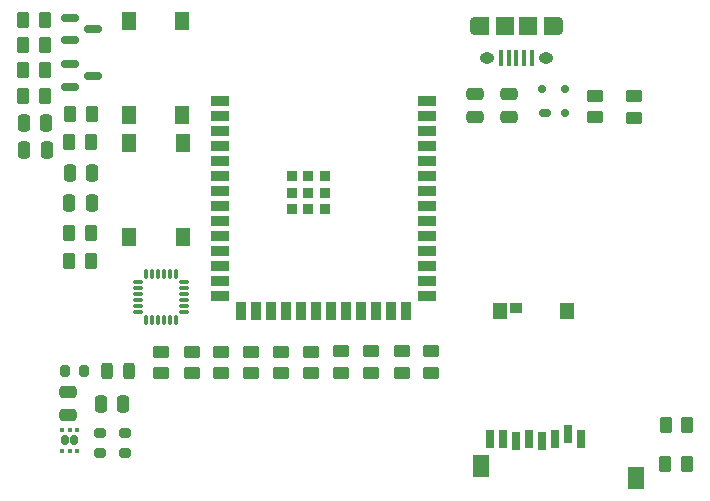
<source format=gtp>
G04 #@! TF.GenerationSoftware,KiCad,Pcbnew,8.0.0*
G04 #@! TF.CreationDate,2024-04-09T13:51:30-05:00*
G04 #@! TF.ProjectId,esp32_example,65737033-325f-4657-9861-6d706c652e6b,rev?*
G04 #@! TF.SameCoordinates,Original*
G04 #@! TF.FileFunction,Paste,Top*
G04 #@! TF.FilePolarity,Positive*
%FSLAX46Y46*%
G04 Gerber Fmt 4.6, Leading zero omitted, Abs format (unit mm)*
G04 Created by KiCad (PCBNEW 8.0.0) date 2024-04-09 13:51:30*
%MOMM*%
%LPD*%
G01*
G04 APERTURE LIST*
G04 Aperture macros list*
%AMRoundRect*
0 Rectangle with rounded corners*
0 $1 Rounding radius*
0 $2 $3 $4 $5 $6 $7 $8 $9 X,Y pos of 4 corners*
0 Add a 4 corners polygon primitive as box body*
4,1,4,$2,$3,$4,$5,$6,$7,$8,$9,$2,$3,0*
0 Add four circle primitives for the rounded corners*
1,1,$1+$1,$2,$3*
1,1,$1+$1,$4,$5*
1,1,$1+$1,$6,$7*
1,1,$1+$1,$8,$9*
0 Add four rect primitives between the rounded corners*
20,1,$1+$1,$2,$3,$4,$5,0*
20,1,$1+$1,$4,$5,$6,$7,0*
20,1,$1+$1,$6,$7,$8,$9,0*
20,1,$1+$1,$8,$9,$2,$3,0*%
G04 Aperture macros list end*
%ADD10RoundRect,0.250000X0.262500X0.450000X-0.262500X0.450000X-0.262500X-0.450000X0.262500X-0.450000X0*%
%ADD11O,0.890000X1.550000*%
%ADD12O,1.250000X0.950000*%
%ADD13R,0.400000X1.350000*%
%ADD14R,1.200000X1.550000*%
%ADD15R,1.500000X1.550000*%
%ADD16R,1.400000X1.900000*%
%ADD17R,0.800000X1.500000*%
%ADD18R,1.300000X1.400000*%
%ADD19R,1.000000X0.950000*%
%ADD20R,1.300000X1.550000*%
%ADD21RoundRect,0.150000X-0.587500X-0.150000X0.587500X-0.150000X0.587500X0.150000X-0.587500X0.150000X0*%
%ADD22RoundRect,0.250000X0.450000X-0.262500X0.450000X0.262500X-0.450000X0.262500X-0.450000X-0.262500X0*%
%ADD23R,1.498600X0.889000*%
%ADD24R,0.889000X1.498600*%
%ADD25R,0.889000X0.889000*%
%ADD26RoundRect,0.150000X0.150000X-0.200000X0.150000X0.200000X-0.150000X0.200000X-0.150000X-0.200000X0*%
%ADD27RoundRect,0.175000X0.325000X-0.175000X0.325000X0.175000X-0.325000X0.175000X-0.325000X-0.175000X0*%
%ADD28RoundRect,0.250000X-0.262500X-0.450000X0.262500X-0.450000X0.262500X0.450000X-0.262500X0.450000X0*%
%ADD29RoundRect,0.250000X0.475000X-0.250000X0.475000X0.250000X-0.475000X0.250000X-0.475000X-0.250000X0*%
%ADD30RoundRect,0.200000X-0.200000X-0.275000X0.200000X-0.275000X0.200000X0.275000X-0.200000X0.275000X0*%
%ADD31RoundRect,0.250000X0.250000X0.475000X-0.250000X0.475000X-0.250000X-0.475000X0.250000X-0.475000X0*%
%ADD32RoundRect,0.243750X0.243750X0.456250X-0.243750X0.456250X-0.243750X-0.456250X0.243750X-0.456250X0*%
%ADD33RoundRect,0.160000X0.160000X-0.245000X0.160000X0.245000X-0.160000X0.245000X-0.160000X-0.245000X0*%
%ADD34RoundRect,0.093750X0.106250X-0.093750X0.106250X0.093750X-0.106250X0.093750X-0.106250X-0.093750X0*%
%ADD35RoundRect,0.250000X-0.450000X0.262500X-0.450000X-0.262500X0.450000X-0.262500X0.450000X0.262500X0*%
%ADD36RoundRect,0.200000X-0.275000X0.200000X-0.275000X-0.200000X0.275000X-0.200000X0.275000X0.200000X0*%
%ADD37RoundRect,0.075000X-0.350000X-0.075000X0.350000X-0.075000X0.350000X0.075000X-0.350000X0.075000X0*%
%ADD38RoundRect,0.075000X0.075000X-0.350000X0.075000X0.350000X-0.075000X0.350000X-0.075000X-0.350000X0*%
%ADD39RoundRect,0.200000X0.275000X-0.200000X0.275000X0.200000X-0.275000X0.200000X-0.275000X-0.200000X0*%
%ADD40RoundRect,0.250000X-0.250000X-0.475000X0.250000X-0.475000X0.250000X0.475000X-0.250000X0.475000X0*%
G04 APERTURE END LIST*
D10*
G04 #@! TO.C,R9*
X224595000Y-78850000D03*
X222770000Y-78850000D03*
G04 #@! TD*
D11*
G04 #@! TO.C,J2*
X213650000Y-41760000D03*
D12*
X212650000Y-44460000D03*
X207650000Y-44460000D03*
D11*
X206650000Y-41760000D03*
D13*
X211450000Y-44460000D03*
X210800000Y-44460000D03*
X210150000Y-44460000D03*
X209500000Y-44460000D03*
X208850000Y-44460000D03*
D14*
X213050000Y-41760000D03*
D15*
X211150000Y-41760000D03*
X209150000Y-41760000D03*
D14*
X207250000Y-41760000D03*
G04 #@! TD*
D10*
G04 #@! TO.C,R23*
X224635000Y-75470000D03*
X222810000Y-75470000D03*
G04 #@! TD*
D16*
G04 #@! TO.C,J6*
X220300000Y-79980000D03*
X207150000Y-78980000D03*
D17*
X215640000Y-76690000D03*
X214540000Y-76290000D03*
X213440000Y-76690000D03*
X212340000Y-76890000D03*
X211240000Y-76690000D03*
X210140000Y-76890000D03*
X209040000Y-76690000D03*
X207940000Y-76690000D03*
D18*
X214450000Y-65830000D03*
D19*
X210140000Y-65605000D03*
D18*
X208750000Y-65830000D03*
G04 #@! TD*
D10*
G04 #@! TO.C,R12*
X174115100Y-59283600D03*
X172290100Y-59283600D03*
G04 #@! TD*
D20*
G04 #@! TO.C,SW2*
X181891600Y-51640400D03*
X181891600Y-59590400D03*
X177391600Y-51640400D03*
X177391600Y-59590400D03*
G04 #@! TD*
D21*
G04 #@! TO.C,Q2*
X172394400Y-44973200D03*
X172394400Y-46873200D03*
X174269400Y-45923200D03*
G04 #@! TD*
D22*
G04 #@! TO.C,R10*
X187706000Y-71118100D03*
X187706000Y-69293100D03*
G04 #@! TD*
D23*
G04 #@! TO.C,U7*
X185052000Y-48105400D03*
X185052000Y-49375400D03*
X185052000Y-50645400D03*
X185052000Y-51915400D03*
X185052000Y-53185400D03*
X185052000Y-54455400D03*
X185052000Y-55725400D03*
X185052000Y-56995400D03*
X185052000Y-58265400D03*
X185052000Y-59535400D03*
X185052000Y-60805400D03*
X185052000Y-62075400D03*
X185052000Y-63345400D03*
X185052000Y-64615400D03*
D24*
X186817000Y-65865400D03*
X188087000Y-65865400D03*
X189357000Y-65865400D03*
X190627000Y-65865400D03*
X191897000Y-65865400D03*
X193167000Y-65865400D03*
X194437000Y-65865400D03*
X195707000Y-65865400D03*
X196977000Y-65865400D03*
X198247000Y-65865400D03*
X199517000Y-65865400D03*
X200787000Y-65865400D03*
D23*
X202552000Y-64615400D03*
X202552000Y-63345400D03*
X202552000Y-62075400D03*
X202552000Y-60805400D03*
X202552000Y-59535400D03*
X202552000Y-58265400D03*
X202552000Y-56995400D03*
X202552000Y-55725400D03*
X202552000Y-54455400D03*
X202552000Y-53185400D03*
X202552000Y-51915400D03*
X202552000Y-50645400D03*
X202552000Y-49375400D03*
X202552000Y-48105400D03*
D25*
X192552000Y-55825400D03*
X192552000Y-54425400D03*
X191152000Y-54425400D03*
X191152000Y-55825400D03*
X191152000Y-57225400D03*
X192552000Y-57225400D03*
X193952000Y-57225400D03*
X193952000Y-55825400D03*
X193952000Y-54425400D03*
G04 #@! TD*
D26*
G04 #@! TO.C,D1*
X212351500Y-47084600D03*
X214251500Y-47084600D03*
X214251500Y-49084600D03*
D27*
X212551500Y-49084600D03*
G04 #@! TD*
D28*
G04 #@! TO.C,R13*
X168378500Y-43332400D03*
X170203500Y-43332400D03*
G04 #@! TD*
D29*
G04 #@! TO.C,C23*
X206660800Y-47515600D03*
X206660800Y-49415600D03*
G04 #@! TD*
G04 #@! TO.C,C24*
X209505600Y-47490200D03*
X209505600Y-49390200D03*
G04 #@! TD*
D22*
G04 #@! TO.C,R5*
X192786000Y-71118100D03*
X192786000Y-69293100D03*
G04 #@! TD*
D10*
G04 #@! TO.C,R17*
X174140500Y-61620400D03*
X172315500Y-61620400D03*
G04 #@! TD*
D30*
G04 #@! TO.C,R22*
X171920400Y-70942200D03*
X173570400Y-70942200D03*
G04 #@! TD*
D28*
G04 #@! TO.C,R25*
X172315500Y-51562000D03*
X174140500Y-51562000D03*
G04 #@! TD*
D31*
G04 #@! TO.C,C2*
X170342600Y-49911000D03*
X168442600Y-49911000D03*
G04 #@! TD*
D22*
G04 #@! TO.C,R1*
X202946000Y-71092700D03*
X202946000Y-69267700D03*
G04 #@! TD*
D28*
G04 #@! TO.C,R14*
X170203500Y-41224200D03*
X168378500Y-41224200D03*
G04 #@! TD*
D22*
G04 #@! TO.C,R15*
X182651400Y-71118100D03*
X182651400Y-69293100D03*
G04 #@! TD*
D31*
G04 #@! TO.C,C1*
X170393400Y-52247800D03*
X168493400Y-52247800D03*
G04 #@! TD*
D22*
G04 #@! TO.C,R2*
X200431400Y-71092700D03*
X200431400Y-69267700D03*
G04 #@! TD*
D32*
G04 #@! TO.C,D3*
X177391300Y-70967600D03*
X175516300Y-70967600D03*
G04 #@! TD*
D28*
G04 #@! TO.C,R24*
X172366300Y-49174400D03*
X174191300Y-49174400D03*
G04 #@! TD*
D10*
G04 #@! TO.C,R18*
X170203500Y-45440600D03*
X168378500Y-45440600D03*
G04 #@! TD*
D29*
G04 #@! TO.C,C3*
X172212000Y-74635400D03*
X172212000Y-72735400D03*
G04 #@! TD*
D22*
G04 #@! TO.C,R3*
X197840600Y-71092700D03*
X197840600Y-69267700D03*
G04 #@! TD*
D33*
G04 #@! TO.C,U3*
X171924000Y-76808100D03*
X172724000Y-76808100D03*
D34*
X171674000Y-77695600D03*
X172324000Y-77695600D03*
X172974000Y-77695600D03*
X172974000Y-75920600D03*
X172324000Y-75920600D03*
X171674000Y-75920600D03*
G04 #@! TD*
D22*
G04 #@! TO.C,R4*
X195326000Y-71092700D03*
X195326000Y-69267700D03*
G04 #@! TD*
D35*
G04 #@! TO.C,R8*
X220080000Y-47677500D03*
X220080000Y-49502500D03*
G04 #@! TD*
G04 #@! TO.C,R6*
X216780000Y-47617500D03*
X216780000Y-49442500D03*
G04 #@! TD*
D36*
G04 #@! TO.C,R21*
X174879000Y-76187800D03*
X174879000Y-77837800D03*
G04 #@! TD*
D22*
G04 #@! TO.C,R11*
X185166000Y-71118100D03*
X185166000Y-69293100D03*
G04 #@! TD*
D28*
G04 #@! TO.C,R19*
X168378500Y-47625000D03*
X170203500Y-47625000D03*
G04 #@! TD*
D22*
G04 #@! TO.C,R16*
X180086000Y-71118100D03*
X180086000Y-69293100D03*
G04 #@! TD*
D37*
G04 #@! TO.C,U1*
X178116400Y-63405000D03*
X178116400Y-63905000D03*
X178116400Y-64405000D03*
X178116400Y-64905000D03*
X178116400Y-65405000D03*
X178116400Y-65905000D03*
D38*
X178816400Y-66605000D03*
X179316400Y-66605000D03*
X179816400Y-66605000D03*
X180316400Y-66605000D03*
X180816400Y-66605000D03*
X181316400Y-66605000D03*
D37*
X182016400Y-65905000D03*
X182016400Y-65405000D03*
X182016400Y-64905000D03*
X182016400Y-64405000D03*
X182016400Y-63905000D03*
X182016400Y-63405000D03*
D38*
X181316400Y-62705000D03*
X180816400Y-62705000D03*
X180316400Y-62705000D03*
X179816400Y-62705000D03*
X179316400Y-62705000D03*
X178816400Y-62705000D03*
G04 #@! TD*
D20*
G04 #@! TO.C,SW1*
X181828000Y-41313200D03*
X181828000Y-49263200D03*
X177328000Y-41313200D03*
X177328000Y-49263200D03*
G04 #@! TD*
D21*
G04 #@! TO.C,Q3*
X172392100Y-41036200D03*
X172392100Y-42936200D03*
X174267100Y-41986200D03*
G04 #@! TD*
D39*
G04 #@! TO.C,R20*
X177012600Y-77837800D03*
X177012600Y-76187800D03*
G04 #@! TD*
D22*
G04 #@! TO.C,R7*
X190246000Y-71118100D03*
X190246000Y-69293100D03*
G04 #@! TD*
D40*
G04 #@! TO.C,C4*
X174960200Y-73710800D03*
X176860200Y-73710800D03*
G04 #@! TD*
D31*
G04 #@! TO.C,C19*
X174203400Y-56743600D03*
X172303400Y-56743600D03*
G04 #@! TD*
D40*
G04 #@! TO.C,C18*
X172328800Y-54152800D03*
X174228800Y-54152800D03*
G04 #@! TD*
M02*

</source>
